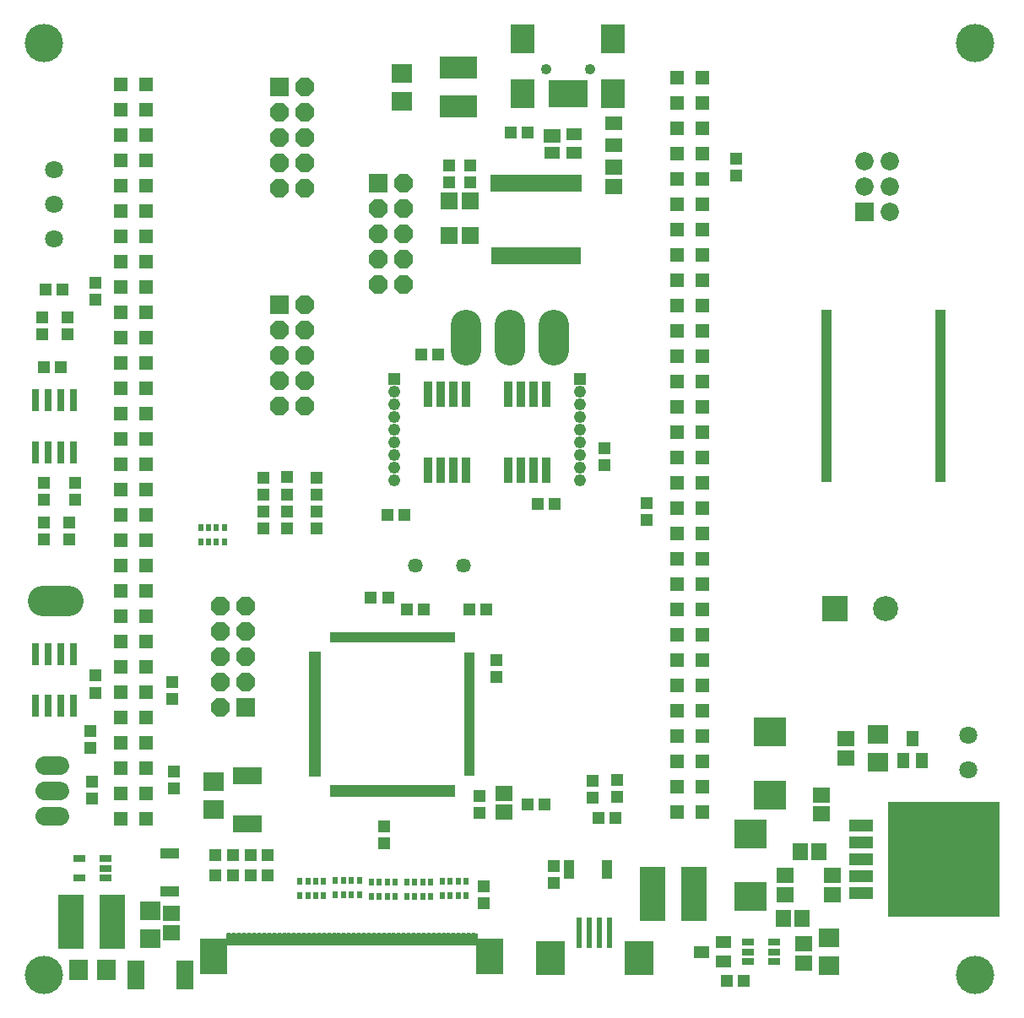
<source format=gts>
G75*
%MOIN*%
%OFA0B0*%
%FSLAX25Y25*%
%IPPOS*%
%LPD*%
%AMOC8*
5,1,8,0,0,1.08239X$1,22.5*
%
%ADD10C,0.15120*%
%ADD11R,0.99300X0.05100*%
%ADD12R,0.04200X0.48900*%
%ADD13R,0.49200X0.04200*%
%ADD14R,0.04500X0.49200*%
%ADD15R,0.49200X0.04500*%
%ADD16R,0.03900X0.68100*%
%ADD17R,0.04200X0.68100*%
%ADD18R,0.36000X0.06900*%
%ADD19R,0.35400X0.06900*%
%ADD20R,0.15300X0.10800*%
%ADD21R,0.01581X0.03943*%
%ADD22R,0.03943X0.01581*%
%ADD23R,0.05669X0.05669*%
%ADD24R,0.04724X0.05118*%
%ADD25R,0.05118X0.04724*%
%ADD26C,0.05760*%
%ADD27R,0.02369X0.12211*%
%ADD28R,0.11811X0.13780*%
%ADD29R,0.01384X0.04731*%
%ADD30R,0.10866X0.14016*%
%ADD31R,0.03550X0.01975*%
%ADD32R,0.01975X0.02762*%
%ADD33R,0.02835X0.09134*%
%ADD34C,0.07228*%
%ADD35C,0.07087*%
%ADD36R,0.07228X0.07228*%
%ADD37C,0.07228*%
%ADD38R,0.05157X0.02598*%
%ADD39OC8,0.07228*%
%ADD40R,0.09921X0.09921*%
%ADD41C,0.09921*%
%ADD42R,0.01975X0.06306*%
%ADD43R,0.02369X0.10243*%
%ADD44R,0.09449X0.11417*%
%ADD45C,0.04252*%
%ADD46R,0.06772X0.05197*%
%ADD47R,0.06457X0.04724*%
%ADD48R,0.06614X0.05669*%
%ADD49R,0.06929X0.06142*%
%ADD50R,0.07087X0.07087*%
%ADD51R,0.10394X0.21811*%
%ADD52R,0.11378X0.06850*%
%ADD53R,0.07720X0.04320*%
%ADD54R,0.07559X0.08346*%
%ADD55R,0.06850X0.11378*%
%ADD56R,0.04724X0.06299*%
%ADD57R,0.08346X0.07559*%
%ADD58R,0.12913X0.11339*%
%ADD59R,0.06142X0.06929*%
%ADD60R,0.44184X0.45720*%
%ADD61R,0.09340X0.05040*%
%ADD62R,0.06299X0.04724*%
%ADD63C,0.12000*%
%ADD64R,0.08358X0.07559*%
%ADD65R,0.14882X0.08976*%
%ADD66R,0.04320X0.07720*%
%ADD67R,0.03307X0.09843*%
%ADD68R,0.04800X0.04800*%
%ADD69C,0.04800*%
D10*
X0050995Y0021600D03*
X0050995Y0389400D03*
X0418795Y0389400D03*
X0418795Y0021600D03*
D11*
X0172945Y0035550D03*
D12*
X0218995Y0124350D03*
D13*
X0188695Y0154800D03*
D14*
X0158245Y0124500D03*
D15*
X0188695Y0094050D03*
D16*
X0360145Y0250050D03*
D17*
X0404995Y0250050D03*
D18*
X0245395Y0334050D03*
D19*
X0245395Y0305550D03*
D20*
X0258145Y0369300D03*
D21*
X0212267Y0154794D03*
X0210299Y0154794D03*
X0208330Y0154794D03*
X0206362Y0154794D03*
X0204393Y0154794D03*
X0202425Y0154794D03*
X0200456Y0154794D03*
X0198488Y0154794D03*
X0196519Y0154794D03*
X0194551Y0154794D03*
X0192582Y0154794D03*
X0190614Y0154794D03*
X0188645Y0154794D03*
X0186677Y0154794D03*
X0184708Y0154794D03*
X0182740Y0154794D03*
X0180771Y0154794D03*
X0178803Y0154794D03*
X0176834Y0154794D03*
X0174866Y0154794D03*
X0172897Y0154794D03*
X0170929Y0154794D03*
X0168960Y0154794D03*
X0166992Y0154794D03*
X0165023Y0154794D03*
X0165023Y0094006D03*
X0166992Y0094006D03*
X0168960Y0094006D03*
X0170929Y0094006D03*
X0172897Y0094006D03*
X0174866Y0094006D03*
X0176834Y0094006D03*
X0178803Y0094006D03*
X0180771Y0094006D03*
X0182740Y0094006D03*
X0184708Y0094006D03*
X0186677Y0094006D03*
X0188645Y0094006D03*
X0190614Y0094006D03*
X0192582Y0094006D03*
X0194551Y0094006D03*
X0196519Y0094006D03*
X0198488Y0094006D03*
X0200456Y0094006D03*
X0202425Y0094006D03*
X0204393Y0094006D03*
X0206362Y0094006D03*
X0208330Y0094006D03*
X0210299Y0094006D03*
X0212267Y0094006D03*
D22*
X0219039Y0100778D03*
X0219039Y0102746D03*
X0219039Y0104715D03*
X0219039Y0106683D03*
X0219039Y0108652D03*
X0219039Y0110620D03*
X0219039Y0112589D03*
X0219039Y0114557D03*
X0219039Y0116526D03*
X0219039Y0118494D03*
X0219039Y0120463D03*
X0219039Y0122431D03*
X0219039Y0124400D03*
X0219039Y0126369D03*
X0219039Y0128337D03*
X0219039Y0130306D03*
X0219039Y0132274D03*
X0219039Y0134243D03*
X0219039Y0136211D03*
X0219039Y0138180D03*
X0219039Y0140148D03*
X0219039Y0142117D03*
X0219039Y0144085D03*
X0219039Y0146054D03*
X0219039Y0148022D03*
X0158251Y0148022D03*
X0158251Y0146054D03*
X0158251Y0144085D03*
X0158251Y0142117D03*
X0158251Y0140148D03*
X0158251Y0138180D03*
X0158251Y0136211D03*
X0158251Y0134243D03*
X0158251Y0132274D03*
X0158251Y0130306D03*
X0158251Y0128337D03*
X0158251Y0126369D03*
X0158251Y0124400D03*
X0158251Y0122431D03*
X0158251Y0120463D03*
X0158251Y0118494D03*
X0158251Y0116526D03*
X0158251Y0114557D03*
X0158251Y0112589D03*
X0158251Y0110620D03*
X0158251Y0108652D03*
X0158251Y0106683D03*
X0158251Y0104715D03*
X0158251Y0102746D03*
X0158251Y0100778D03*
D23*
X0091614Y0103150D03*
X0091614Y0113150D03*
X0091614Y0123150D03*
X0091614Y0133150D03*
X0091614Y0143150D03*
X0091614Y0153150D03*
X0091614Y0163150D03*
X0091614Y0173150D03*
X0091614Y0183150D03*
X0091614Y0193150D03*
X0091614Y0203150D03*
X0091614Y0213150D03*
X0091614Y0223150D03*
X0091614Y0233150D03*
X0091614Y0243150D03*
X0091614Y0253150D03*
X0091614Y0263150D03*
X0091614Y0273150D03*
X0091614Y0283150D03*
X0091614Y0293150D03*
X0091614Y0303150D03*
X0091614Y0313150D03*
X0091614Y0323150D03*
X0091614Y0333150D03*
X0091614Y0343150D03*
X0091614Y0353150D03*
X0091614Y0363150D03*
X0091614Y0373150D03*
X0081614Y0373150D03*
X0081614Y0363150D03*
X0081614Y0353150D03*
X0081614Y0343150D03*
X0081614Y0333150D03*
X0081614Y0323150D03*
X0081614Y0313150D03*
X0081614Y0303150D03*
X0081614Y0293150D03*
X0081614Y0283150D03*
X0081614Y0273150D03*
X0081614Y0263150D03*
X0081614Y0253150D03*
X0081614Y0243150D03*
X0081614Y0233150D03*
X0081614Y0223150D03*
X0081614Y0213150D03*
X0081614Y0203150D03*
X0081614Y0193150D03*
X0081614Y0183150D03*
X0081614Y0173150D03*
X0081614Y0163150D03*
X0081614Y0153150D03*
X0081614Y0143150D03*
X0081614Y0133150D03*
X0081614Y0123150D03*
X0081614Y0113150D03*
X0081614Y0103150D03*
X0081614Y0093150D03*
X0081614Y0083150D03*
X0091614Y0083150D03*
X0091614Y0093150D03*
X0301145Y0095650D03*
X0301145Y0105650D03*
X0301145Y0115650D03*
X0311145Y0115650D03*
X0311145Y0105650D03*
X0311145Y0095650D03*
X0311145Y0085650D03*
X0301145Y0085650D03*
X0301145Y0125650D03*
X0301145Y0135650D03*
X0301145Y0145650D03*
X0311145Y0145650D03*
X0311145Y0135650D03*
X0311145Y0125650D03*
X0311145Y0155650D03*
X0301145Y0155650D03*
X0301145Y0165650D03*
X0301145Y0175650D03*
X0311145Y0175650D03*
X0311145Y0165650D03*
X0311145Y0185650D03*
X0301145Y0185650D03*
X0301145Y0195650D03*
X0301145Y0205650D03*
X0311145Y0205650D03*
X0311145Y0195650D03*
X0311145Y0215650D03*
X0301145Y0215650D03*
X0301145Y0225650D03*
X0301145Y0235650D03*
X0311145Y0235650D03*
X0311145Y0225650D03*
X0311145Y0245650D03*
X0301145Y0245650D03*
X0301145Y0255650D03*
X0301145Y0265650D03*
X0311145Y0265650D03*
X0311145Y0255650D03*
X0311145Y0275650D03*
X0301145Y0275650D03*
X0301145Y0285650D03*
X0301145Y0295650D03*
X0311145Y0295650D03*
X0311145Y0285650D03*
X0311145Y0305650D03*
X0301145Y0305650D03*
X0301145Y0315650D03*
X0301145Y0325650D03*
X0311145Y0325650D03*
X0311145Y0315650D03*
X0311145Y0335650D03*
X0301145Y0335650D03*
X0301145Y0345650D03*
X0301145Y0355650D03*
X0311145Y0355650D03*
X0311145Y0345650D03*
X0311145Y0365650D03*
X0301145Y0365650D03*
X0301145Y0375650D03*
X0311145Y0375650D03*
D24*
X0272395Y0229546D03*
X0272395Y0222854D03*
X0252942Y0207300D03*
X0246249Y0207300D03*
X0193542Y0203100D03*
X0186849Y0203100D03*
X0242049Y0088800D03*
X0248742Y0088800D03*
X0270249Y0083400D03*
X0276942Y0083400D03*
X0224895Y0056496D03*
X0224895Y0049804D03*
X0185620Y0073385D03*
X0185620Y0080078D03*
X0139492Y0068750D03*
X0132799Y0068750D03*
X0125642Y0068750D03*
X0118949Y0068750D03*
X0118949Y0060800D03*
X0125642Y0060800D03*
X0132799Y0060800D03*
X0139492Y0060800D03*
X0069595Y0111254D03*
X0069595Y0117946D03*
X0058542Y0292200D03*
X0051849Y0292200D03*
X0320649Y0019200D03*
X0327342Y0019200D03*
D25*
X0252595Y0057854D03*
X0252595Y0064546D03*
X0267845Y0091454D03*
X0267845Y0098146D03*
X0277345Y0098496D03*
X0277345Y0091804D03*
X0229895Y0139004D03*
X0229895Y0145696D03*
X0225742Y0165650D03*
X0219049Y0165650D03*
X0201292Y0165650D03*
X0194599Y0165650D03*
X0186992Y0170500D03*
X0180299Y0170500D03*
X0158945Y0197854D03*
X0158945Y0204546D03*
X0158845Y0211254D03*
X0158845Y0217946D03*
X0147101Y0217990D03*
X0147101Y0211297D03*
X0147245Y0204446D03*
X0147245Y0197754D03*
X0137745Y0197654D03*
X0137745Y0204346D03*
X0137845Y0211154D03*
X0137845Y0217846D03*
X0200049Y0266400D03*
X0206742Y0266400D03*
X0211195Y0334454D03*
X0211195Y0341146D03*
X0219595Y0341146D03*
X0219595Y0334454D03*
X0235449Y0354000D03*
X0242142Y0354000D03*
X0324445Y0343946D03*
X0324445Y0337254D03*
X0289195Y0207946D03*
X0289195Y0201254D03*
X0223195Y0092146D03*
X0223195Y0085454D03*
X0102595Y0095054D03*
X0102595Y0101746D03*
X0101745Y0130554D03*
X0101745Y0137246D03*
X0071545Y0139646D03*
X0071545Y0132954D03*
X0070295Y0097946D03*
X0070295Y0091254D03*
X0061195Y0193454D03*
X0061195Y0200146D03*
X0063595Y0209054D03*
X0063595Y0215746D03*
X0050995Y0215746D03*
X0050995Y0209054D03*
X0050995Y0200146D03*
X0050995Y0193454D03*
X0051249Y0261600D03*
X0057942Y0261600D03*
X0060595Y0274454D03*
X0060595Y0281146D03*
X0050395Y0281146D03*
X0050395Y0274454D03*
X0071395Y0288204D03*
X0071395Y0294896D03*
D26*
X0197895Y0183150D03*
X0216895Y0183150D03*
D27*
X0262514Y0038150D03*
X0266451Y0038150D03*
X0270388Y0038150D03*
X0274325Y0038150D03*
D28*
X0286264Y0028150D03*
X0251264Y0028150D03*
D29*
X0220781Y0035650D03*
X0218812Y0035650D03*
X0216844Y0035650D03*
X0214875Y0035650D03*
X0212907Y0035650D03*
X0210938Y0035650D03*
X0208970Y0035650D03*
X0207001Y0035650D03*
X0205033Y0035650D03*
X0203064Y0035650D03*
X0201096Y0035650D03*
X0199127Y0035650D03*
X0197159Y0035650D03*
X0195190Y0035650D03*
X0193222Y0035650D03*
X0191253Y0035650D03*
X0189285Y0035650D03*
X0187316Y0035650D03*
X0185348Y0035650D03*
X0183379Y0035650D03*
X0181411Y0035650D03*
X0179442Y0035650D03*
X0177474Y0035650D03*
X0175505Y0035650D03*
X0173537Y0035650D03*
X0171568Y0035650D03*
X0169600Y0035650D03*
X0167631Y0035650D03*
X0165663Y0035650D03*
X0163694Y0035650D03*
X0161726Y0035650D03*
X0159757Y0035650D03*
X0157789Y0035650D03*
X0155820Y0035650D03*
X0153852Y0035650D03*
X0151883Y0035650D03*
X0149915Y0035650D03*
X0147946Y0035650D03*
X0145978Y0035650D03*
X0144009Y0035650D03*
X0141995Y0035650D03*
X0140026Y0035650D03*
X0138058Y0035650D03*
X0136089Y0035650D03*
X0134121Y0035650D03*
X0132152Y0035650D03*
X0130184Y0035650D03*
X0128215Y0035650D03*
X0126247Y0035650D03*
X0124278Y0035650D03*
D30*
X0118060Y0028957D03*
X0227277Y0028957D03*
D31*
X0360095Y0217200D03*
X0360095Y0220325D03*
X0360095Y0223450D03*
X0360095Y0226575D03*
X0360095Y0229700D03*
X0360095Y0232825D03*
X0360095Y0235950D03*
X0360095Y0239075D03*
X0360095Y0242200D03*
X0360095Y0245325D03*
X0360095Y0248450D03*
X0360095Y0251575D03*
X0360095Y0254700D03*
X0360095Y0257825D03*
X0360095Y0260950D03*
X0360095Y0264075D03*
X0360095Y0267200D03*
X0360095Y0270325D03*
X0360095Y0273450D03*
X0360095Y0276575D03*
X0360095Y0279700D03*
X0360095Y0282825D03*
X0405095Y0282825D03*
X0405095Y0279700D03*
X0405095Y0276575D03*
X0405095Y0273450D03*
X0405095Y0270325D03*
X0405095Y0267200D03*
X0405095Y0264075D03*
X0405095Y0260950D03*
X0405095Y0257825D03*
X0405095Y0254700D03*
X0405095Y0251575D03*
X0405095Y0248450D03*
X0405095Y0245325D03*
X0405095Y0242200D03*
X0405095Y0239075D03*
X0405095Y0235950D03*
X0405095Y0232825D03*
X0405095Y0229700D03*
X0405095Y0226575D03*
X0405095Y0223450D03*
X0405095Y0220325D03*
X0405095Y0217200D03*
D32*
X0217864Y0058306D03*
X0214739Y0058306D03*
X0211614Y0058306D03*
X0208489Y0058306D03*
X0208489Y0052681D03*
X0211614Y0052681D03*
X0214739Y0052681D03*
X0217864Y0052681D03*
X0203839Y0052525D03*
X0200714Y0052525D03*
X0197589Y0052525D03*
X0194464Y0052525D03*
X0189814Y0052525D03*
X0186689Y0052525D03*
X0183564Y0052525D03*
X0180439Y0052525D03*
X0175645Y0053125D03*
X0172520Y0053125D03*
X0169395Y0053125D03*
X0166270Y0053125D03*
X0161614Y0052681D03*
X0158489Y0052681D03*
X0155364Y0052681D03*
X0152239Y0052681D03*
X0152239Y0058306D03*
X0155364Y0058306D03*
X0158489Y0058306D03*
X0161614Y0058306D03*
X0166270Y0058750D03*
X0169395Y0058750D03*
X0172520Y0058750D03*
X0175645Y0058750D03*
X0180439Y0058150D03*
X0183564Y0058150D03*
X0186689Y0058150D03*
X0189814Y0058150D03*
X0194464Y0058150D03*
X0197589Y0058150D03*
X0200714Y0058150D03*
X0203839Y0058150D03*
X0122395Y0192375D03*
X0119270Y0192375D03*
X0116145Y0192375D03*
X0113020Y0192375D03*
X0113020Y0198000D03*
X0116145Y0198000D03*
X0119270Y0198000D03*
X0122395Y0198000D03*
D33*
X0062695Y0227964D03*
X0057695Y0227964D03*
X0052695Y0227964D03*
X0047695Y0227964D03*
X0047695Y0248436D03*
X0052695Y0248436D03*
X0057695Y0248436D03*
X0062695Y0248436D03*
X0062695Y0148236D03*
X0057695Y0148236D03*
X0052695Y0148236D03*
X0047695Y0148236D03*
X0047695Y0127764D03*
X0052695Y0127764D03*
X0057695Y0127764D03*
X0062695Y0127764D03*
D34*
X0057607Y0104000D02*
X0051583Y0104000D01*
X0051583Y0094000D02*
X0057607Y0094000D01*
X0057607Y0084000D02*
X0051583Y0084000D01*
D35*
X0054989Y0312020D03*
X0054989Y0325800D03*
X0054989Y0339580D03*
X0416001Y0116090D03*
X0416001Y0102310D03*
D36*
X0374995Y0322800D03*
X0182995Y0334200D03*
X0143995Y0372000D03*
X0143995Y0286200D03*
X0130795Y0127200D03*
D37*
X0374995Y0332800D03*
X0374995Y0342800D03*
X0384995Y0342800D03*
X0384995Y0332800D03*
X0384995Y0322800D03*
D38*
X0339313Y0034340D03*
X0339313Y0030600D03*
X0339313Y0026860D03*
X0329077Y0026860D03*
X0329077Y0030600D03*
X0329077Y0034340D03*
X0075313Y0059860D03*
X0075313Y0063600D03*
X0075313Y0067340D03*
X0065077Y0067340D03*
X0065077Y0059860D03*
D39*
X0120795Y0127200D03*
X0120795Y0137200D03*
X0120795Y0147200D03*
X0120795Y0157200D03*
X0120795Y0167200D03*
X0130795Y0167200D03*
X0130795Y0157200D03*
X0130795Y0147200D03*
X0130795Y0137200D03*
X0143995Y0246200D03*
X0143995Y0256200D03*
X0143995Y0266200D03*
X0153995Y0266200D03*
X0153995Y0256200D03*
X0153995Y0246200D03*
X0153995Y0276200D03*
X0143995Y0276200D03*
X0153995Y0286200D03*
X0182995Y0294200D03*
X0182995Y0304200D03*
X0192995Y0304200D03*
X0192995Y0294200D03*
X0192995Y0314200D03*
X0182995Y0314200D03*
X0182995Y0324200D03*
X0192995Y0324200D03*
X0192995Y0334200D03*
X0153995Y0332000D03*
X0143995Y0332000D03*
X0143995Y0342000D03*
X0143995Y0352000D03*
X0153995Y0352000D03*
X0153995Y0342000D03*
X0153995Y0362000D03*
X0143995Y0362000D03*
X0153995Y0372000D03*
D40*
X0363595Y0166200D03*
D41*
X0383595Y0166200D03*
D42*
X0262029Y0305528D03*
X0259470Y0305528D03*
X0256911Y0305528D03*
X0254352Y0305528D03*
X0251793Y0305528D03*
X0249234Y0305528D03*
X0246675Y0305528D03*
X0244116Y0305528D03*
X0241557Y0305528D03*
X0238998Y0305528D03*
X0236438Y0305528D03*
X0233879Y0305528D03*
X0231320Y0305528D03*
X0228761Y0305528D03*
X0228761Y0334072D03*
X0231320Y0334072D03*
X0233879Y0334072D03*
X0236438Y0334072D03*
X0238998Y0334072D03*
X0241557Y0334072D03*
X0244116Y0334072D03*
X0246675Y0334072D03*
X0249234Y0334072D03*
X0251793Y0334072D03*
X0254352Y0334072D03*
X0256911Y0334072D03*
X0259470Y0334072D03*
X0262029Y0334072D03*
D43*
X0261145Y0369357D03*
X0264294Y0369357D03*
X0257995Y0369357D03*
X0254846Y0369357D03*
X0251696Y0369357D03*
D44*
X0240279Y0369357D03*
X0240279Y0391011D03*
X0275712Y0391011D03*
X0275712Y0369357D03*
D45*
X0266657Y0379200D03*
X0249334Y0379200D03*
D46*
X0275995Y0357765D03*
X0275995Y0349035D03*
D47*
X0260526Y0346060D03*
X0260526Y0353540D03*
X0251864Y0346060D03*
D48*
X0251864Y0352753D03*
D49*
X0275995Y0340340D03*
X0275995Y0332860D03*
X0367795Y0114740D03*
X0367795Y0107260D03*
X0358195Y0092540D03*
X0358195Y0085060D03*
X0362395Y0060740D03*
X0362395Y0053260D03*
X0343795Y0053260D03*
X0343795Y0060740D03*
X0350995Y0033740D03*
X0350995Y0026260D03*
X0232795Y0085660D03*
X0232795Y0093140D03*
X0101395Y0045740D03*
X0101395Y0038260D03*
D50*
X0211195Y0313510D03*
X0219595Y0313510D03*
X0219595Y0327290D03*
X0211195Y0327290D03*
D51*
X0291545Y0053400D03*
X0307795Y0053400D03*
X0078045Y0042600D03*
X0061795Y0042600D03*
D52*
X0131395Y0080974D03*
X0131395Y0100226D03*
D53*
X0100795Y0069600D03*
X0100795Y0054600D03*
D54*
X0075707Y0023400D03*
X0064683Y0023400D03*
D55*
X0087569Y0021600D03*
X0106821Y0021600D03*
D56*
X0390455Y0106069D03*
X0397935Y0106069D03*
X0394195Y0114731D03*
D57*
X0380395Y0116512D03*
X0380395Y0105488D03*
X0361195Y0036112D03*
X0361195Y0025088D03*
X0118195Y0086888D03*
X0118195Y0097912D03*
X0092995Y0046912D03*
X0092995Y0035888D03*
D58*
X0329995Y0052398D03*
X0329995Y0077202D03*
X0337795Y0092598D03*
X0337795Y0117402D03*
D59*
X0349655Y0070200D03*
X0357135Y0070200D03*
X0350535Y0043800D03*
X0343055Y0043800D03*
D60*
X0406595Y0067200D03*
D61*
X0373795Y0067200D03*
X0373795Y0060500D03*
X0373795Y0053800D03*
X0373795Y0073900D03*
X0373795Y0080600D03*
D62*
X0319326Y0034340D03*
X0319326Y0026860D03*
X0310664Y0030600D03*
D63*
X0252595Y0268000D02*
X0252595Y0278000D01*
X0235195Y0278000D02*
X0235195Y0268000D01*
X0217795Y0268000D02*
X0217795Y0278000D01*
X0060795Y0169200D02*
X0050795Y0169200D01*
D64*
X0192595Y0366402D03*
X0192595Y0377598D03*
D65*
X0214795Y0379677D03*
X0214795Y0364323D03*
D66*
X0258595Y0063000D03*
X0273595Y0063000D03*
D67*
X0249595Y0220800D03*
X0244595Y0220800D03*
X0239595Y0220800D03*
X0234595Y0220800D03*
X0217795Y0220800D03*
X0212795Y0220800D03*
X0207795Y0220800D03*
X0202795Y0220800D03*
X0202795Y0250800D03*
X0207795Y0250800D03*
X0212795Y0250800D03*
X0217795Y0250800D03*
X0234595Y0250800D03*
X0239595Y0250800D03*
X0244595Y0250800D03*
X0249595Y0250800D03*
D68*
X0262795Y0256800D03*
X0189595Y0256800D03*
D69*
X0189595Y0251800D03*
X0189595Y0246800D03*
X0189595Y0241800D03*
X0189595Y0236800D03*
X0189595Y0231800D03*
X0189595Y0226800D03*
X0189595Y0221800D03*
X0189595Y0216800D03*
X0262795Y0216800D03*
X0262795Y0221800D03*
X0262795Y0226800D03*
X0262795Y0231800D03*
X0262795Y0236800D03*
X0262795Y0241800D03*
X0262795Y0246800D03*
X0262795Y0251800D03*
M02*

</source>
